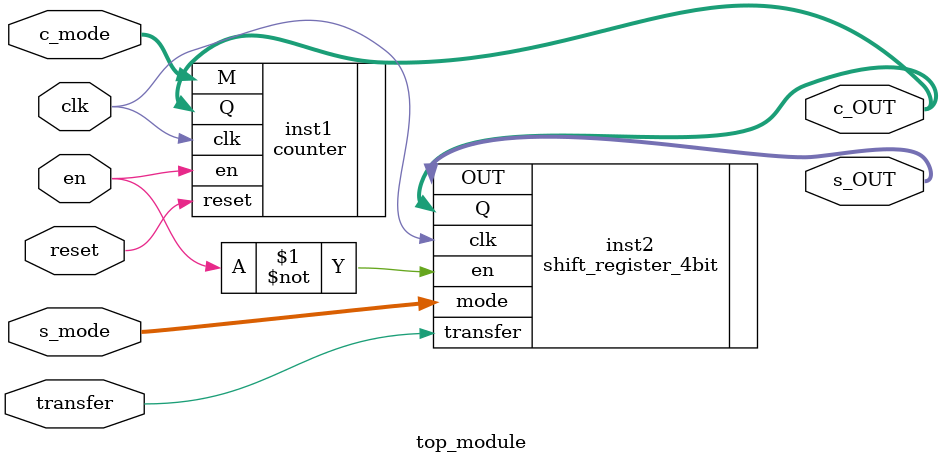
<source format=v>
`timescale 1ns / 1ps


module top_module(
    input clk, reset, en, transfer,
    input [1:0] c_mode, s_mode,
    //c_mode is for counter modes
    //s_mode is for shift register modes
    output [3:0] c_OUT,s_OUT
    //c_OUT is for counter Outputs
    //s_OUT is for shift register Outputs
    );
    counter inst1(.clk(clk), .reset(reset), .en(en), .M(c_mode), .Q(c_OUT));
    shift_register_4bit inst2(.Q(c_OUT), .mode(s_mode), .en(~en), .transfer(transfer), .clk(clk), .OUT(s_OUT));
endmodule

</source>
